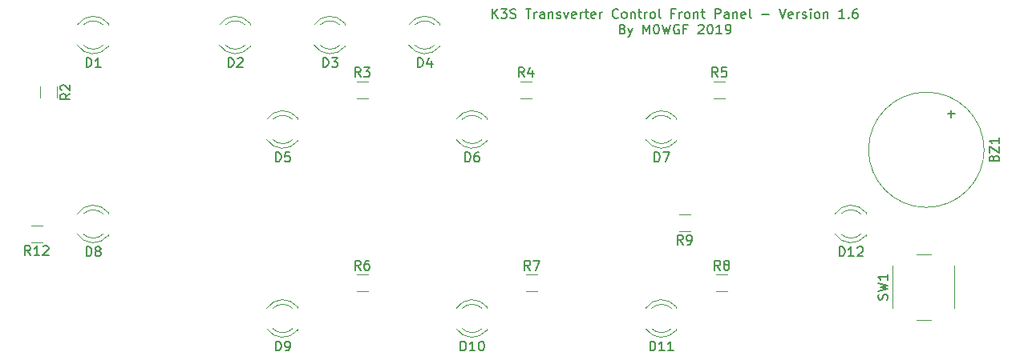
<source format=gbr>
G04 #@! TF.GenerationSoftware,KiCad,Pcbnew,(5.1.2-1)-1*
G04 #@! TF.CreationDate,2019-06-13T22:38:42+01:00*
G04 #@! TF.ProjectId,K3S_Seq_IF_Front_Panel,4b33535f-5365-4715-9f49-465f46726f6e,rev?*
G04 #@! TF.SameCoordinates,Original*
G04 #@! TF.FileFunction,Legend,Top*
G04 #@! TF.FilePolarity,Positive*
%FSLAX46Y46*%
G04 Gerber Fmt 4.6, Leading zero omitted, Abs format (unit mm)*
G04 Created by KiCad (PCBNEW (5.1.2-1)-1) date 2019-06-13 22:38:42*
%MOMM*%
%LPD*%
G04 APERTURE LIST*
%ADD10C,0.150000*%
%ADD11C,0.120000*%
G04 APERTURE END LIST*
D10*
X140861285Y-43234100D02*
X140861285Y-42234100D01*
X141432714Y-43234100D02*
X141004142Y-42662672D01*
X141432714Y-42234100D02*
X140861285Y-42805529D01*
X141766047Y-42234100D02*
X142385095Y-42234100D01*
X142051761Y-42615053D01*
X142194619Y-42615053D01*
X142289857Y-42662672D01*
X142337476Y-42710291D01*
X142385095Y-42805529D01*
X142385095Y-43043624D01*
X142337476Y-43138862D01*
X142289857Y-43186481D01*
X142194619Y-43234100D01*
X141908904Y-43234100D01*
X141813666Y-43186481D01*
X141766047Y-43138862D01*
X142766047Y-43186481D02*
X142908904Y-43234100D01*
X143147000Y-43234100D01*
X143242238Y-43186481D01*
X143289857Y-43138862D01*
X143337476Y-43043624D01*
X143337476Y-42948386D01*
X143289857Y-42853148D01*
X143242238Y-42805529D01*
X143147000Y-42757910D01*
X142956523Y-42710291D01*
X142861285Y-42662672D01*
X142813666Y-42615053D01*
X142766047Y-42519815D01*
X142766047Y-42424577D01*
X142813666Y-42329339D01*
X142861285Y-42281720D01*
X142956523Y-42234100D01*
X143194619Y-42234100D01*
X143337476Y-42281720D01*
X144385095Y-42234100D02*
X144956523Y-42234100D01*
X144670809Y-43234100D02*
X144670809Y-42234100D01*
X145289857Y-43234100D02*
X145289857Y-42567434D01*
X145289857Y-42757910D02*
X145337476Y-42662672D01*
X145385095Y-42615053D01*
X145480333Y-42567434D01*
X145575571Y-42567434D01*
X146337476Y-43234100D02*
X146337476Y-42710291D01*
X146289857Y-42615053D01*
X146194619Y-42567434D01*
X146004142Y-42567434D01*
X145908904Y-42615053D01*
X146337476Y-43186481D02*
X146242238Y-43234100D01*
X146004142Y-43234100D01*
X145908904Y-43186481D01*
X145861285Y-43091243D01*
X145861285Y-42996005D01*
X145908904Y-42900767D01*
X146004142Y-42853148D01*
X146242238Y-42853148D01*
X146337476Y-42805529D01*
X146813666Y-42567434D02*
X146813666Y-43234100D01*
X146813666Y-42662672D02*
X146861285Y-42615053D01*
X146956523Y-42567434D01*
X147099380Y-42567434D01*
X147194619Y-42615053D01*
X147242238Y-42710291D01*
X147242238Y-43234100D01*
X147670809Y-43186481D02*
X147766047Y-43234100D01*
X147956523Y-43234100D01*
X148051761Y-43186481D01*
X148099380Y-43091243D01*
X148099380Y-43043624D01*
X148051761Y-42948386D01*
X147956523Y-42900767D01*
X147813666Y-42900767D01*
X147718428Y-42853148D01*
X147670809Y-42757910D01*
X147670809Y-42710291D01*
X147718428Y-42615053D01*
X147813666Y-42567434D01*
X147956523Y-42567434D01*
X148051761Y-42615053D01*
X148432714Y-42567434D02*
X148670809Y-43234100D01*
X148908904Y-42567434D01*
X149670809Y-43186481D02*
X149575571Y-43234100D01*
X149385095Y-43234100D01*
X149289857Y-43186481D01*
X149242238Y-43091243D01*
X149242238Y-42710291D01*
X149289857Y-42615053D01*
X149385095Y-42567434D01*
X149575571Y-42567434D01*
X149670809Y-42615053D01*
X149718428Y-42710291D01*
X149718428Y-42805529D01*
X149242238Y-42900767D01*
X150147000Y-43234100D02*
X150147000Y-42567434D01*
X150147000Y-42757910D02*
X150194619Y-42662672D01*
X150242238Y-42615053D01*
X150337476Y-42567434D01*
X150432714Y-42567434D01*
X150623190Y-42567434D02*
X151004142Y-42567434D01*
X150766047Y-42234100D02*
X150766047Y-43091243D01*
X150813666Y-43186481D01*
X150908904Y-43234100D01*
X151004142Y-43234100D01*
X151718428Y-43186481D02*
X151623190Y-43234100D01*
X151432714Y-43234100D01*
X151337476Y-43186481D01*
X151289857Y-43091243D01*
X151289857Y-42710291D01*
X151337476Y-42615053D01*
X151432714Y-42567434D01*
X151623190Y-42567434D01*
X151718428Y-42615053D01*
X151766047Y-42710291D01*
X151766047Y-42805529D01*
X151289857Y-42900767D01*
X152194619Y-43234100D02*
X152194619Y-42567434D01*
X152194619Y-42757910D02*
X152242238Y-42662672D01*
X152289857Y-42615053D01*
X152385095Y-42567434D01*
X152480333Y-42567434D01*
X154147000Y-43138862D02*
X154099380Y-43186481D01*
X153956523Y-43234100D01*
X153861285Y-43234100D01*
X153718428Y-43186481D01*
X153623190Y-43091243D01*
X153575571Y-42996005D01*
X153527952Y-42805529D01*
X153527952Y-42662672D01*
X153575571Y-42472196D01*
X153623190Y-42376958D01*
X153718428Y-42281720D01*
X153861285Y-42234100D01*
X153956523Y-42234100D01*
X154099380Y-42281720D01*
X154147000Y-42329339D01*
X154718428Y-43234100D02*
X154623190Y-43186481D01*
X154575571Y-43138862D01*
X154527952Y-43043624D01*
X154527952Y-42757910D01*
X154575571Y-42662672D01*
X154623190Y-42615053D01*
X154718428Y-42567434D01*
X154861285Y-42567434D01*
X154956523Y-42615053D01*
X155004142Y-42662672D01*
X155051761Y-42757910D01*
X155051761Y-43043624D01*
X155004142Y-43138862D01*
X154956523Y-43186481D01*
X154861285Y-43234100D01*
X154718428Y-43234100D01*
X155480333Y-42567434D02*
X155480333Y-43234100D01*
X155480333Y-42662672D02*
X155527952Y-42615053D01*
X155623190Y-42567434D01*
X155766047Y-42567434D01*
X155861285Y-42615053D01*
X155908904Y-42710291D01*
X155908904Y-43234100D01*
X156242238Y-42567434D02*
X156623190Y-42567434D01*
X156385095Y-42234100D02*
X156385095Y-43091243D01*
X156432714Y-43186481D01*
X156527952Y-43234100D01*
X156623190Y-43234100D01*
X156956523Y-43234100D02*
X156956523Y-42567434D01*
X156956523Y-42757910D02*
X157004142Y-42662672D01*
X157051761Y-42615053D01*
X157147000Y-42567434D01*
X157242238Y-42567434D01*
X157718428Y-43234100D02*
X157623190Y-43186481D01*
X157575571Y-43138862D01*
X157527952Y-43043624D01*
X157527952Y-42757910D01*
X157575571Y-42662672D01*
X157623190Y-42615053D01*
X157718428Y-42567434D01*
X157861285Y-42567434D01*
X157956523Y-42615053D01*
X158004142Y-42662672D01*
X158051761Y-42757910D01*
X158051761Y-43043624D01*
X158004142Y-43138862D01*
X157956523Y-43186481D01*
X157861285Y-43234100D01*
X157718428Y-43234100D01*
X158623190Y-43234100D02*
X158527952Y-43186481D01*
X158480333Y-43091243D01*
X158480333Y-42234100D01*
X160099380Y-42710291D02*
X159766047Y-42710291D01*
X159766047Y-43234100D02*
X159766047Y-42234100D01*
X160242238Y-42234100D01*
X160623190Y-43234100D02*
X160623190Y-42567434D01*
X160623190Y-42757910D02*
X160670809Y-42662672D01*
X160718428Y-42615053D01*
X160813666Y-42567434D01*
X160908904Y-42567434D01*
X161385095Y-43234100D02*
X161289857Y-43186481D01*
X161242238Y-43138862D01*
X161194619Y-43043624D01*
X161194619Y-42757910D01*
X161242238Y-42662672D01*
X161289857Y-42615053D01*
X161385095Y-42567434D01*
X161527952Y-42567434D01*
X161623190Y-42615053D01*
X161670809Y-42662672D01*
X161718428Y-42757910D01*
X161718428Y-43043624D01*
X161670809Y-43138862D01*
X161623190Y-43186481D01*
X161527952Y-43234100D01*
X161385095Y-43234100D01*
X162147000Y-42567434D02*
X162147000Y-43234100D01*
X162147000Y-42662672D02*
X162194619Y-42615053D01*
X162289857Y-42567434D01*
X162432714Y-42567434D01*
X162527952Y-42615053D01*
X162575571Y-42710291D01*
X162575571Y-43234100D01*
X162908904Y-42567434D02*
X163289857Y-42567434D01*
X163051761Y-42234100D02*
X163051761Y-43091243D01*
X163099380Y-43186481D01*
X163194619Y-43234100D01*
X163289857Y-43234100D01*
X164385095Y-43234100D02*
X164385095Y-42234100D01*
X164766047Y-42234100D01*
X164861285Y-42281720D01*
X164908904Y-42329339D01*
X164956523Y-42424577D01*
X164956523Y-42567434D01*
X164908904Y-42662672D01*
X164861285Y-42710291D01*
X164766047Y-42757910D01*
X164385095Y-42757910D01*
X165813666Y-43234100D02*
X165813666Y-42710291D01*
X165766047Y-42615053D01*
X165670809Y-42567434D01*
X165480333Y-42567434D01*
X165385095Y-42615053D01*
X165813666Y-43186481D02*
X165718428Y-43234100D01*
X165480333Y-43234100D01*
X165385095Y-43186481D01*
X165337476Y-43091243D01*
X165337476Y-42996005D01*
X165385095Y-42900767D01*
X165480333Y-42853148D01*
X165718428Y-42853148D01*
X165813666Y-42805529D01*
X166289857Y-42567434D02*
X166289857Y-43234100D01*
X166289857Y-42662672D02*
X166337476Y-42615053D01*
X166432714Y-42567434D01*
X166575571Y-42567434D01*
X166670809Y-42615053D01*
X166718428Y-42710291D01*
X166718428Y-43234100D01*
X167575571Y-43186481D02*
X167480333Y-43234100D01*
X167289857Y-43234100D01*
X167194619Y-43186481D01*
X167147000Y-43091243D01*
X167147000Y-42710291D01*
X167194619Y-42615053D01*
X167289857Y-42567434D01*
X167480333Y-42567434D01*
X167575571Y-42615053D01*
X167623190Y-42710291D01*
X167623190Y-42805529D01*
X167147000Y-42900767D01*
X168194619Y-43234100D02*
X168099380Y-43186481D01*
X168051761Y-43091243D01*
X168051761Y-42234100D01*
X169337476Y-42853148D02*
X170099380Y-42853148D01*
X171194619Y-42234100D02*
X171527952Y-43234100D01*
X171861285Y-42234100D01*
X172575571Y-43186481D02*
X172480333Y-43234100D01*
X172289857Y-43234100D01*
X172194619Y-43186481D01*
X172147000Y-43091243D01*
X172147000Y-42710291D01*
X172194619Y-42615053D01*
X172289857Y-42567434D01*
X172480333Y-42567434D01*
X172575571Y-42615053D01*
X172623190Y-42710291D01*
X172623190Y-42805529D01*
X172147000Y-42900767D01*
X173051761Y-43234100D02*
X173051761Y-42567434D01*
X173051761Y-42757910D02*
X173099380Y-42662672D01*
X173147000Y-42615053D01*
X173242238Y-42567434D01*
X173337476Y-42567434D01*
X173623190Y-43186481D02*
X173718428Y-43234100D01*
X173908904Y-43234100D01*
X174004142Y-43186481D01*
X174051761Y-43091243D01*
X174051761Y-43043624D01*
X174004142Y-42948386D01*
X173908904Y-42900767D01*
X173766047Y-42900767D01*
X173670809Y-42853148D01*
X173623190Y-42757910D01*
X173623190Y-42710291D01*
X173670809Y-42615053D01*
X173766047Y-42567434D01*
X173908904Y-42567434D01*
X174004142Y-42615053D01*
X174480333Y-43234100D02*
X174480333Y-42567434D01*
X174480333Y-42234100D02*
X174432714Y-42281720D01*
X174480333Y-42329339D01*
X174527952Y-42281720D01*
X174480333Y-42234100D01*
X174480333Y-42329339D01*
X175099380Y-43234100D02*
X175004142Y-43186481D01*
X174956523Y-43138862D01*
X174908904Y-43043624D01*
X174908904Y-42757910D01*
X174956523Y-42662672D01*
X175004142Y-42615053D01*
X175099380Y-42567434D01*
X175242238Y-42567434D01*
X175337476Y-42615053D01*
X175385095Y-42662672D01*
X175432714Y-42757910D01*
X175432714Y-43043624D01*
X175385095Y-43138862D01*
X175337476Y-43186481D01*
X175242238Y-43234100D01*
X175099380Y-43234100D01*
X175861285Y-42567434D02*
X175861285Y-43234100D01*
X175861285Y-42662672D02*
X175908904Y-42615053D01*
X176004142Y-42567434D01*
X176147000Y-42567434D01*
X176242238Y-42615053D01*
X176289857Y-42710291D01*
X176289857Y-43234100D01*
X178051761Y-43234100D02*
X177480333Y-43234100D01*
X177766047Y-43234100D02*
X177766047Y-42234100D01*
X177670809Y-42376958D01*
X177575571Y-42472196D01*
X177480333Y-42519815D01*
X178480333Y-43138862D02*
X178527952Y-43186481D01*
X178480333Y-43234100D01*
X178432714Y-43186481D01*
X178480333Y-43138862D01*
X178480333Y-43234100D01*
X179385095Y-42234100D02*
X179194619Y-42234100D01*
X179099380Y-42281720D01*
X179051761Y-42329339D01*
X178956523Y-42472196D01*
X178908904Y-42662672D01*
X178908904Y-43043624D01*
X178956523Y-43138862D01*
X179004142Y-43186481D01*
X179099380Y-43234100D01*
X179289857Y-43234100D01*
X179385095Y-43186481D01*
X179432714Y-43138862D01*
X179480333Y-43043624D01*
X179480333Y-42805529D01*
X179432714Y-42710291D01*
X179385095Y-42662672D01*
X179289857Y-42615053D01*
X179099380Y-42615053D01*
X179004142Y-42662672D01*
X178956523Y-42710291D01*
X178908904Y-42805529D01*
X154623190Y-44360291D02*
X154766047Y-44407910D01*
X154813666Y-44455529D01*
X154861285Y-44550767D01*
X154861285Y-44693624D01*
X154813666Y-44788862D01*
X154766047Y-44836481D01*
X154670809Y-44884100D01*
X154289857Y-44884100D01*
X154289857Y-43884100D01*
X154623190Y-43884100D01*
X154718428Y-43931720D01*
X154766047Y-43979339D01*
X154813666Y-44074577D01*
X154813666Y-44169815D01*
X154766047Y-44265053D01*
X154718428Y-44312672D01*
X154623190Y-44360291D01*
X154289857Y-44360291D01*
X155194619Y-44217434D02*
X155432714Y-44884100D01*
X155670809Y-44217434D02*
X155432714Y-44884100D01*
X155337476Y-45122196D01*
X155289857Y-45169815D01*
X155194619Y-45217434D01*
X156813666Y-44884100D02*
X156813666Y-43884100D01*
X157147000Y-44598386D01*
X157480333Y-43884100D01*
X157480333Y-44884100D01*
X158147000Y-43884100D02*
X158242238Y-43884100D01*
X158337476Y-43931720D01*
X158385095Y-43979339D01*
X158432714Y-44074577D01*
X158480333Y-44265053D01*
X158480333Y-44503148D01*
X158432714Y-44693624D01*
X158385095Y-44788862D01*
X158337476Y-44836481D01*
X158242238Y-44884100D01*
X158147000Y-44884100D01*
X158051761Y-44836481D01*
X158004142Y-44788862D01*
X157956523Y-44693624D01*
X157908904Y-44503148D01*
X157908904Y-44265053D01*
X157956523Y-44074577D01*
X158004142Y-43979339D01*
X158051761Y-43931720D01*
X158147000Y-43884100D01*
X158813666Y-43884100D02*
X159051761Y-44884100D01*
X159242238Y-44169815D01*
X159432714Y-44884100D01*
X159670809Y-43884100D01*
X160575571Y-43931720D02*
X160480333Y-43884100D01*
X160337476Y-43884100D01*
X160194619Y-43931720D01*
X160099380Y-44026958D01*
X160051761Y-44122196D01*
X160004142Y-44312672D01*
X160004142Y-44455529D01*
X160051761Y-44646005D01*
X160099380Y-44741243D01*
X160194619Y-44836481D01*
X160337476Y-44884100D01*
X160432714Y-44884100D01*
X160575571Y-44836481D01*
X160623190Y-44788862D01*
X160623190Y-44455529D01*
X160432714Y-44455529D01*
X161385095Y-44360291D02*
X161051761Y-44360291D01*
X161051761Y-44884100D02*
X161051761Y-43884100D01*
X161527952Y-43884100D01*
X162623190Y-43979339D02*
X162670809Y-43931720D01*
X162766047Y-43884100D01*
X163004142Y-43884100D01*
X163099380Y-43931720D01*
X163147000Y-43979339D01*
X163194619Y-44074577D01*
X163194619Y-44169815D01*
X163147000Y-44312672D01*
X162575571Y-44884100D01*
X163194619Y-44884100D01*
X163813666Y-43884100D02*
X163908904Y-43884100D01*
X164004142Y-43931720D01*
X164051761Y-43979339D01*
X164099380Y-44074577D01*
X164147000Y-44265053D01*
X164147000Y-44503148D01*
X164099380Y-44693624D01*
X164051761Y-44788862D01*
X164004142Y-44836481D01*
X163908904Y-44884100D01*
X163813666Y-44884100D01*
X163718428Y-44836481D01*
X163670809Y-44788862D01*
X163623190Y-44693624D01*
X163575571Y-44503148D01*
X163575571Y-44265053D01*
X163623190Y-44074577D01*
X163670809Y-43979339D01*
X163718428Y-43931720D01*
X163813666Y-43884100D01*
X165099380Y-44884100D02*
X164527952Y-44884100D01*
X164813666Y-44884100D02*
X164813666Y-43884100D01*
X164718428Y-44026958D01*
X164623190Y-44122196D01*
X164527952Y-44169815D01*
X165575571Y-44884100D02*
X165766047Y-44884100D01*
X165861285Y-44836481D01*
X165908904Y-44788862D01*
X166004142Y-44646005D01*
X166051761Y-44455529D01*
X166051761Y-44074577D01*
X166004142Y-43979339D01*
X165956523Y-43931720D01*
X165861285Y-43884100D01*
X165670809Y-43884100D01*
X165575571Y-43931720D01*
X165527952Y-43979339D01*
X165480333Y-44074577D01*
X165480333Y-44312672D01*
X165527952Y-44407910D01*
X165575571Y-44455529D01*
X165670809Y-44503148D01*
X165861285Y-44503148D01*
X165956523Y-44455529D01*
X166004142Y-44407910D01*
X166051761Y-44312672D01*
D11*
X192790000Y-57140000D02*
G75*
G03X192790000Y-57140000I-6100000J0D01*
G01*
X97057665Y-46078608D02*
G75*
G03X100290000Y-46235516I1672335J1078608D01*
G01*
X97057665Y-43921392D02*
G75*
G02X100290000Y-43764484I1672335J-1078608D01*
G01*
X97688870Y-46079837D02*
G75*
G03X99770961Y-46080000I1041130J1079837D01*
G01*
X97688870Y-43920163D02*
G75*
G02X99770961Y-43920000I1041130J-1079837D01*
G01*
X100290000Y-46236000D02*
X100290000Y-46080000D01*
X100290000Y-43920000D02*
X100290000Y-43764000D01*
X115290000Y-43920000D02*
X115290000Y-43764000D01*
X115290000Y-46236000D02*
X115290000Y-46080000D01*
X112688870Y-43920163D02*
G75*
G02X114770961Y-43920000I1041130J-1079837D01*
G01*
X112688870Y-46079837D02*
G75*
G03X114770961Y-46080000I1041130J1079837D01*
G01*
X112057665Y-43921392D02*
G75*
G02X115290000Y-43764484I1672335J-1078608D01*
G01*
X112057665Y-46078608D02*
G75*
G03X115290000Y-46235516I1672335J1078608D01*
G01*
X122057665Y-46078608D02*
G75*
G03X125290000Y-46235516I1672335J1078608D01*
G01*
X122057665Y-43921392D02*
G75*
G02X125290000Y-43764484I1672335J-1078608D01*
G01*
X122688870Y-46079837D02*
G75*
G03X124770961Y-46080000I1041130J1079837D01*
G01*
X122688870Y-43920163D02*
G75*
G02X124770961Y-43920000I1041130J-1079837D01*
G01*
X125290000Y-46236000D02*
X125290000Y-46080000D01*
X125290000Y-43920000D02*
X125290000Y-43764000D01*
X135290000Y-43920000D02*
X135290000Y-43764000D01*
X135290000Y-46236000D02*
X135290000Y-46080000D01*
X132688870Y-43920163D02*
G75*
G02X134770961Y-43920000I1041130J-1079837D01*
G01*
X132688870Y-46079837D02*
G75*
G03X134770961Y-46080000I1041130J1079837D01*
G01*
X132057665Y-43921392D02*
G75*
G02X135290000Y-43764484I1672335J-1078608D01*
G01*
X132057665Y-46078608D02*
G75*
G03X135290000Y-46235516I1672335J1078608D01*
G01*
X117057665Y-56078608D02*
G75*
G03X120290000Y-56235516I1672335J1078608D01*
G01*
X117057665Y-53921392D02*
G75*
G02X120290000Y-53764484I1672335J-1078608D01*
G01*
X117688870Y-56079837D02*
G75*
G03X119770961Y-56080000I1041130J1079837D01*
G01*
X117688870Y-53920163D02*
G75*
G02X119770961Y-53920000I1041130J-1079837D01*
G01*
X120290000Y-56236000D02*
X120290000Y-56080000D01*
X120290000Y-53920000D02*
X120290000Y-53764000D01*
X140290000Y-53920000D02*
X140290000Y-53764000D01*
X140290000Y-56236000D02*
X140290000Y-56080000D01*
X137688870Y-53920163D02*
G75*
G02X139770961Y-53920000I1041130J-1079837D01*
G01*
X137688870Y-56079837D02*
G75*
G03X139770961Y-56080000I1041130J1079837D01*
G01*
X137057665Y-53921392D02*
G75*
G02X140290000Y-53764484I1672335J-1078608D01*
G01*
X137057665Y-56078608D02*
G75*
G03X140290000Y-56235516I1672335J1078608D01*
G01*
X157057665Y-56078608D02*
G75*
G03X160290000Y-56235516I1672335J1078608D01*
G01*
X157057665Y-53921392D02*
G75*
G02X160290000Y-53764484I1672335J-1078608D01*
G01*
X157688870Y-56079837D02*
G75*
G03X159770961Y-56080000I1041130J1079837D01*
G01*
X157688870Y-53920163D02*
G75*
G02X159770961Y-53920000I1041130J-1079837D01*
G01*
X160290000Y-56236000D02*
X160290000Y-56080000D01*
X160290000Y-53920000D02*
X160290000Y-53764000D01*
X100290000Y-63920000D02*
X100290000Y-63764000D01*
X100290000Y-66236000D02*
X100290000Y-66080000D01*
X97688870Y-63920163D02*
G75*
G02X99770961Y-63920000I1041130J-1079837D01*
G01*
X97688870Y-66079837D02*
G75*
G03X99770961Y-66080000I1041130J1079837D01*
G01*
X97057665Y-63921392D02*
G75*
G02X100290000Y-63764484I1672335J-1078608D01*
G01*
X97057665Y-66078608D02*
G75*
G03X100290000Y-66235516I1672335J1078608D01*
G01*
X117057665Y-76078608D02*
G75*
G03X120290000Y-76235516I1672335J1078608D01*
G01*
X117057665Y-73921392D02*
G75*
G02X120290000Y-73764484I1672335J-1078608D01*
G01*
X117688870Y-76079837D02*
G75*
G03X119770961Y-76080000I1041130J1079837D01*
G01*
X117688870Y-73920163D02*
G75*
G02X119770961Y-73920000I1041130J-1079837D01*
G01*
X120290000Y-76236000D02*
X120290000Y-76080000D01*
X120290000Y-73920000D02*
X120290000Y-73764000D01*
X140290000Y-73920000D02*
X140290000Y-73764000D01*
X140290000Y-76236000D02*
X140290000Y-76080000D01*
X137688870Y-73920163D02*
G75*
G02X139770961Y-73920000I1041130J-1079837D01*
G01*
X137688870Y-76079837D02*
G75*
G03X139770961Y-76080000I1041130J1079837D01*
G01*
X137057665Y-73921392D02*
G75*
G02X140290000Y-73764484I1672335J-1078608D01*
G01*
X137057665Y-76078608D02*
G75*
G03X140290000Y-76235516I1672335J1078608D01*
G01*
X157057665Y-76078608D02*
G75*
G03X160290000Y-76235516I1672335J1078608D01*
G01*
X157057665Y-73921392D02*
G75*
G02X160290000Y-73764484I1672335J-1078608D01*
G01*
X157688870Y-76079837D02*
G75*
G03X159770961Y-76080000I1041130J1079837D01*
G01*
X157688870Y-73920163D02*
G75*
G02X159770961Y-73920000I1041130J-1079837D01*
G01*
X160290000Y-76236000D02*
X160290000Y-76080000D01*
X160290000Y-73920000D02*
X160290000Y-73764000D01*
X180290000Y-63920000D02*
X180290000Y-63764000D01*
X180290000Y-66236000D02*
X180290000Y-66080000D01*
X177688870Y-63920163D02*
G75*
G02X179770961Y-63920000I1041130J-1079837D01*
G01*
X177688870Y-66079837D02*
G75*
G03X179770961Y-66080000I1041130J1079837D01*
G01*
X177057665Y-63921392D02*
G75*
G02X180290000Y-63764484I1672335J-1078608D01*
G01*
X177057665Y-66078608D02*
G75*
G03X180290000Y-66235516I1672335J1078608D01*
G01*
X94910000Y-50451936D02*
X94910000Y-51656064D01*
X93090000Y-50451936D02*
X93090000Y-51656064D01*
X126524936Y-49890000D02*
X127729064Y-49890000D01*
X126524936Y-51710000D02*
X127729064Y-51710000D01*
X143796936Y-51710000D02*
X145001064Y-51710000D01*
X143796936Y-49890000D02*
X145001064Y-49890000D01*
X164243936Y-49890000D02*
X165448064Y-49890000D01*
X164243936Y-51710000D02*
X165448064Y-51710000D01*
X126524936Y-72157000D02*
X127729064Y-72157000D01*
X126524936Y-70337000D02*
X127729064Y-70337000D01*
X144431936Y-70337000D02*
X145636064Y-70337000D01*
X144431936Y-72157000D02*
X145636064Y-72157000D01*
X164497936Y-72157000D02*
X165702064Y-72157000D01*
X164497936Y-70337000D02*
X165702064Y-70337000D01*
X161765064Y-63987000D02*
X160560936Y-63987000D01*
X161765064Y-65807000D02*
X160560936Y-65807000D01*
X189650000Y-73930000D02*
X189650000Y-69430000D01*
X185650000Y-75180000D02*
X187150000Y-75180000D01*
X183150000Y-69430000D02*
X183150000Y-73930000D01*
X187150000Y-68180000D02*
X185650000Y-68180000D01*
X93348564Y-66950000D02*
X92144436Y-66950000D01*
X93348564Y-65130000D02*
X92144436Y-65130000D01*
D10*
X193818571Y-58020952D02*
X193866190Y-57878095D01*
X193913809Y-57830476D01*
X194009047Y-57782857D01*
X194151904Y-57782857D01*
X194247142Y-57830476D01*
X194294761Y-57878095D01*
X194342380Y-57973333D01*
X194342380Y-58354285D01*
X193342380Y-58354285D01*
X193342380Y-58020952D01*
X193390000Y-57925714D01*
X193437619Y-57878095D01*
X193532857Y-57830476D01*
X193628095Y-57830476D01*
X193723333Y-57878095D01*
X193770952Y-57925714D01*
X193818571Y-58020952D01*
X193818571Y-58354285D01*
X193342380Y-57449523D02*
X193342380Y-56782857D01*
X194342380Y-57449523D01*
X194342380Y-56782857D01*
X194342380Y-55878095D02*
X194342380Y-56449523D01*
X194342380Y-56163809D02*
X193342380Y-56163809D01*
X193485238Y-56259047D01*
X193580476Y-56354285D01*
X193628095Y-56449523D01*
X189301428Y-53710952D02*
X189301428Y-52949047D01*
X189682380Y-53330000D02*
X188920476Y-53330000D01*
X97991904Y-48412380D02*
X97991904Y-47412380D01*
X98230000Y-47412380D01*
X98372857Y-47460000D01*
X98468095Y-47555238D01*
X98515714Y-47650476D01*
X98563333Y-47840952D01*
X98563333Y-47983809D01*
X98515714Y-48174285D01*
X98468095Y-48269523D01*
X98372857Y-48364761D01*
X98230000Y-48412380D01*
X97991904Y-48412380D01*
X99515714Y-48412380D02*
X98944285Y-48412380D01*
X99230000Y-48412380D02*
X99230000Y-47412380D01*
X99134761Y-47555238D01*
X99039523Y-47650476D01*
X98944285Y-47698095D01*
X112991904Y-48412380D02*
X112991904Y-47412380D01*
X113230000Y-47412380D01*
X113372857Y-47460000D01*
X113468095Y-47555238D01*
X113515714Y-47650476D01*
X113563333Y-47840952D01*
X113563333Y-47983809D01*
X113515714Y-48174285D01*
X113468095Y-48269523D01*
X113372857Y-48364761D01*
X113230000Y-48412380D01*
X112991904Y-48412380D01*
X113944285Y-47507619D02*
X113991904Y-47460000D01*
X114087142Y-47412380D01*
X114325238Y-47412380D01*
X114420476Y-47460000D01*
X114468095Y-47507619D01*
X114515714Y-47602857D01*
X114515714Y-47698095D01*
X114468095Y-47840952D01*
X113896666Y-48412380D01*
X114515714Y-48412380D01*
X122991904Y-48412380D02*
X122991904Y-47412380D01*
X123230000Y-47412380D01*
X123372857Y-47460000D01*
X123468095Y-47555238D01*
X123515714Y-47650476D01*
X123563333Y-47840952D01*
X123563333Y-47983809D01*
X123515714Y-48174285D01*
X123468095Y-48269523D01*
X123372857Y-48364761D01*
X123230000Y-48412380D01*
X122991904Y-48412380D01*
X123896666Y-47412380D02*
X124515714Y-47412380D01*
X124182380Y-47793333D01*
X124325238Y-47793333D01*
X124420476Y-47840952D01*
X124468095Y-47888571D01*
X124515714Y-47983809D01*
X124515714Y-48221904D01*
X124468095Y-48317142D01*
X124420476Y-48364761D01*
X124325238Y-48412380D01*
X124039523Y-48412380D01*
X123944285Y-48364761D01*
X123896666Y-48317142D01*
X132991904Y-48412380D02*
X132991904Y-47412380D01*
X133230000Y-47412380D01*
X133372857Y-47460000D01*
X133468095Y-47555238D01*
X133515714Y-47650476D01*
X133563333Y-47840952D01*
X133563333Y-47983809D01*
X133515714Y-48174285D01*
X133468095Y-48269523D01*
X133372857Y-48364761D01*
X133230000Y-48412380D01*
X132991904Y-48412380D01*
X134420476Y-47745714D02*
X134420476Y-48412380D01*
X134182380Y-47364761D02*
X133944285Y-48079047D01*
X134563333Y-48079047D01*
X117991904Y-58412380D02*
X117991904Y-57412380D01*
X118230000Y-57412380D01*
X118372857Y-57460000D01*
X118468095Y-57555238D01*
X118515714Y-57650476D01*
X118563333Y-57840952D01*
X118563333Y-57983809D01*
X118515714Y-58174285D01*
X118468095Y-58269523D01*
X118372857Y-58364761D01*
X118230000Y-58412380D01*
X117991904Y-58412380D01*
X119468095Y-57412380D02*
X118991904Y-57412380D01*
X118944285Y-57888571D01*
X118991904Y-57840952D01*
X119087142Y-57793333D01*
X119325238Y-57793333D01*
X119420476Y-57840952D01*
X119468095Y-57888571D01*
X119515714Y-57983809D01*
X119515714Y-58221904D01*
X119468095Y-58317142D01*
X119420476Y-58364761D01*
X119325238Y-58412380D01*
X119087142Y-58412380D01*
X118991904Y-58364761D01*
X118944285Y-58317142D01*
X137991904Y-58412380D02*
X137991904Y-57412380D01*
X138230000Y-57412380D01*
X138372857Y-57460000D01*
X138468095Y-57555238D01*
X138515714Y-57650476D01*
X138563333Y-57840952D01*
X138563333Y-57983809D01*
X138515714Y-58174285D01*
X138468095Y-58269523D01*
X138372857Y-58364761D01*
X138230000Y-58412380D01*
X137991904Y-58412380D01*
X139420476Y-57412380D02*
X139230000Y-57412380D01*
X139134761Y-57460000D01*
X139087142Y-57507619D01*
X138991904Y-57650476D01*
X138944285Y-57840952D01*
X138944285Y-58221904D01*
X138991904Y-58317142D01*
X139039523Y-58364761D01*
X139134761Y-58412380D01*
X139325238Y-58412380D01*
X139420476Y-58364761D01*
X139468095Y-58317142D01*
X139515714Y-58221904D01*
X139515714Y-57983809D01*
X139468095Y-57888571D01*
X139420476Y-57840952D01*
X139325238Y-57793333D01*
X139134761Y-57793333D01*
X139039523Y-57840952D01*
X138991904Y-57888571D01*
X138944285Y-57983809D01*
X157991904Y-58412380D02*
X157991904Y-57412380D01*
X158230000Y-57412380D01*
X158372857Y-57460000D01*
X158468095Y-57555238D01*
X158515714Y-57650476D01*
X158563333Y-57840952D01*
X158563333Y-57983809D01*
X158515714Y-58174285D01*
X158468095Y-58269523D01*
X158372857Y-58364761D01*
X158230000Y-58412380D01*
X157991904Y-58412380D01*
X158896666Y-57412380D02*
X159563333Y-57412380D01*
X159134761Y-58412380D01*
X97991904Y-68412380D02*
X97991904Y-67412380D01*
X98230000Y-67412380D01*
X98372857Y-67460000D01*
X98468095Y-67555238D01*
X98515714Y-67650476D01*
X98563333Y-67840952D01*
X98563333Y-67983809D01*
X98515714Y-68174285D01*
X98468095Y-68269523D01*
X98372857Y-68364761D01*
X98230000Y-68412380D01*
X97991904Y-68412380D01*
X99134761Y-67840952D02*
X99039523Y-67793333D01*
X98991904Y-67745714D01*
X98944285Y-67650476D01*
X98944285Y-67602857D01*
X98991904Y-67507619D01*
X99039523Y-67460000D01*
X99134761Y-67412380D01*
X99325238Y-67412380D01*
X99420476Y-67460000D01*
X99468095Y-67507619D01*
X99515714Y-67602857D01*
X99515714Y-67650476D01*
X99468095Y-67745714D01*
X99420476Y-67793333D01*
X99325238Y-67840952D01*
X99134761Y-67840952D01*
X99039523Y-67888571D01*
X98991904Y-67936190D01*
X98944285Y-68031428D01*
X98944285Y-68221904D01*
X98991904Y-68317142D01*
X99039523Y-68364761D01*
X99134761Y-68412380D01*
X99325238Y-68412380D01*
X99420476Y-68364761D01*
X99468095Y-68317142D01*
X99515714Y-68221904D01*
X99515714Y-68031428D01*
X99468095Y-67936190D01*
X99420476Y-67888571D01*
X99325238Y-67840952D01*
X117991904Y-78412380D02*
X117991904Y-77412380D01*
X118230000Y-77412380D01*
X118372857Y-77460000D01*
X118468095Y-77555238D01*
X118515714Y-77650476D01*
X118563333Y-77840952D01*
X118563333Y-77983809D01*
X118515714Y-78174285D01*
X118468095Y-78269523D01*
X118372857Y-78364761D01*
X118230000Y-78412380D01*
X117991904Y-78412380D01*
X119039523Y-78412380D02*
X119230000Y-78412380D01*
X119325238Y-78364761D01*
X119372857Y-78317142D01*
X119468095Y-78174285D01*
X119515714Y-77983809D01*
X119515714Y-77602857D01*
X119468095Y-77507619D01*
X119420476Y-77460000D01*
X119325238Y-77412380D01*
X119134761Y-77412380D01*
X119039523Y-77460000D01*
X118991904Y-77507619D01*
X118944285Y-77602857D01*
X118944285Y-77840952D01*
X118991904Y-77936190D01*
X119039523Y-77983809D01*
X119134761Y-78031428D01*
X119325238Y-78031428D01*
X119420476Y-77983809D01*
X119468095Y-77936190D01*
X119515714Y-77840952D01*
X137515714Y-78412380D02*
X137515714Y-77412380D01*
X137753809Y-77412380D01*
X137896666Y-77460000D01*
X137991904Y-77555238D01*
X138039523Y-77650476D01*
X138087142Y-77840952D01*
X138087142Y-77983809D01*
X138039523Y-78174285D01*
X137991904Y-78269523D01*
X137896666Y-78364761D01*
X137753809Y-78412380D01*
X137515714Y-78412380D01*
X139039523Y-78412380D02*
X138468095Y-78412380D01*
X138753809Y-78412380D02*
X138753809Y-77412380D01*
X138658571Y-77555238D01*
X138563333Y-77650476D01*
X138468095Y-77698095D01*
X139658571Y-77412380D02*
X139753809Y-77412380D01*
X139849047Y-77460000D01*
X139896666Y-77507619D01*
X139944285Y-77602857D01*
X139991904Y-77793333D01*
X139991904Y-78031428D01*
X139944285Y-78221904D01*
X139896666Y-78317142D01*
X139849047Y-78364761D01*
X139753809Y-78412380D01*
X139658571Y-78412380D01*
X139563333Y-78364761D01*
X139515714Y-78317142D01*
X139468095Y-78221904D01*
X139420476Y-78031428D01*
X139420476Y-77793333D01*
X139468095Y-77602857D01*
X139515714Y-77507619D01*
X139563333Y-77460000D01*
X139658571Y-77412380D01*
X157515714Y-78412380D02*
X157515714Y-77412380D01*
X157753809Y-77412380D01*
X157896666Y-77460000D01*
X157991904Y-77555238D01*
X158039523Y-77650476D01*
X158087142Y-77840952D01*
X158087142Y-77983809D01*
X158039523Y-78174285D01*
X157991904Y-78269523D01*
X157896666Y-78364761D01*
X157753809Y-78412380D01*
X157515714Y-78412380D01*
X159039523Y-78412380D02*
X158468095Y-78412380D01*
X158753809Y-78412380D02*
X158753809Y-77412380D01*
X158658571Y-77555238D01*
X158563333Y-77650476D01*
X158468095Y-77698095D01*
X159991904Y-78412380D02*
X159420476Y-78412380D01*
X159706190Y-78412380D02*
X159706190Y-77412380D01*
X159610952Y-77555238D01*
X159515714Y-77650476D01*
X159420476Y-77698095D01*
X177515714Y-68412380D02*
X177515714Y-67412380D01*
X177753809Y-67412380D01*
X177896666Y-67460000D01*
X177991904Y-67555238D01*
X178039523Y-67650476D01*
X178087142Y-67840952D01*
X178087142Y-67983809D01*
X178039523Y-68174285D01*
X177991904Y-68269523D01*
X177896666Y-68364761D01*
X177753809Y-68412380D01*
X177515714Y-68412380D01*
X179039523Y-68412380D02*
X178468095Y-68412380D01*
X178753809Y-68412380D02*
X178753809Y-67412380D01*
X178658571Y-67555238D01*
X178563333Y-67650476D01*
X178468095Y-67698095D01*
X179420476Y-67507619D02*
X179468095Y-67460000D01*
X179563333Y-67412380D01*
X179801428Y-67412380D01*
X179896666Y-67460000D01*
X179944285Y-67507619D01*
X179991904Y-67602857D01*
X179991904Y-67698095D01*
X179944285Y-67840952D01*
X179372857Y-68412380D01*
X179991904Y-68412380D01*
X96272380Y-51220666D02*
X95796190Y-51554000D01*
X96272380Y-51792095D02*
X95272380Y-51792095D01*
X95272380Y-51411142D01*
X95320000Y-51315904D01*
X95367619Y-51268285D01*
X95462857Y-51220666D01*
X95605714Y-51220666D01*
X95700952Y-51268285D01*
X95748571Y-51315904D01*
X95796190Y-51411142D01*
X95796190Y-51792095D01*
X95367619Y-50839714D02*
X95320000Y-50792095D01*
X95272380Y-50696857D01*
X95272380Y-50458761D01*
X95320000Y-50363523D01*
X95367619Y-50315904D01*
X95462857Y-50268285D01*
X95558095Y-50268285D01*
X95700952Y-50315904D01*
X96272380Y-50887333D01*
X96272380Y-50268285D01*
X126960333Y-49432380D02*
X126627000Y-48956190D01*
X126388904Y-49432380D02*
X126388904Y-48432380D01*
X126769857Y-48432380D01*
X126865095Y-48480000D01*
X126912714Y-48527619D01*
X126960333Y-48622857D01*
X126960333Y-48765714D01*
X126912714Y-48860952D01*
X126865095Y-48908571D01*
X126769857Y-48956190D01*
X126388904Y-48956190D01*
X127293666Y-48432380D02*
X127912714Y-48432380D01*
X127579380Y-48813333D01*
X127722238Y-48813333D01*
X127817476Y-48860952D01*
X127865095Y-48908571D01*
X127912714Y-49003809D01*
X127912714Y-49241904D01*
X127865095Y-49337142D01*
X127817476Y-49384761D01*
X127722238Y-49432380D01*
X127436523Y-49432380D01*
X127341285Y-49384761D01*
X127293666Y-49337142D01*
X144232333Y-49432380D02*
X143899000Y-48956190D01*
X143660904Y-49432380D02*
X143660904Y-48432380D01*
X144041857Y-48432380D01*
X144137095Y-48480000D01*
X144184714Y-48527619D01*
X144232333Y-48622857D01*
X144232333Y-48765714D01*
X144184714Y-48860952D01*
X144137095Y-48908571D01*
X144041857Y-48956190D01*
X143660904Y-48956190D01*
X145089476Y-48765714D02*
X145089476Y-49432380D01*
X144851380Y-48384761D02*
X144613285Y-49099047D01*
X145232333Y-49099047D01*
X164679333Y-49432380D02*
X164346000Y-48956190D01*
X164107904Y-49432380D02*
X164107904Y-48432380D01*
X164488857Y-48432380D01*
X164584095Y-48480000D01*
X164631714Y-48527619D01*
X164679333Y-48622857D01*
X164679333Y-48765714D01*
X164631714Y-48860952D01*
X164584095Y-48908571D01*
X164488857Y-48956190D01*
X164107904Y-48956190D01*
X165584095Y-48432380D02*
X165107904Y-48432380D01*
X165060285Y-48908571D01*
X165107904Y-48860952D01*
X165203142Y-48813333D01*
X165441238Y-48813333D01*
X165536476Y-48860952D01*
X165584095Y-48908571D01*
X165631714Y-49003809D01*
X165631714Y-49241904D01*
X165584095Y-49337142D01*
X165536476Y-49384761D01*
X165441238Y-49432380D01*
X165203142Y-49432380D01*
X165107904Y-49384761D01*
X165060285Y-49337142D01*
X126960333Y-69879380D02*
X126627000Y-69403190D01*
X126388904Y-69879380D02*
X126388904Y-68879380D01*
X126769857Y-68879380D01*
X126865095Y-68927000D01*
X126912714Y-68974619D01*
X126960333Y-69069857D01*
X126960333Y-69212714D01*
X126912714Y-69307952D01*
X126865095Y-69355571D01*
X126769857Y-69403190D01*
X126388904Y-69403190D01*
X127817476Y-68879380D02*
X127627000Y-68879380D01*
X127531761Y-68927000D01*
X127484142Y-68974619D01*
X127388904Y-69117476D01*
X127341285Y-69307952D01*
X127341285Y-69688904D01*
X127388904Y-69784142D01*
X127436523Y-69831761D01*
X127531761Y-69879380D01*
X127722238Y-69879380D01*
X127817476Y-69831761D01*
X127865095Y-69784142D01*
X127912714Y-69688904D01*
X127912714Y-69450809D01*
X127865095Y-69355571D01*
X127817476Y-69307952D01*
X127722238Y-69260333D01*
X127531761Y-69260333D01*
X127436523Y-69307952D01*
X127388904Y-69355571D01*
X127341285Y-69450809D01*
X144867333Y-69879380D02*
X144534000Y-69403190D01*
X144295904Y-69879380D02*
X144295904Y-68879380D01*
X144676857Y-68879380D01*
X144772095Y-68927000D01*
X144819714Y-68974619D01*
X144867333Y-69069857D01*
X144867333Y-69212714D01*
X144819714Y-69307952D01*
X144772095Y-69355571D01*
X144676857Y-69403190D01*
X144295904Y-69403190D01*
X145200666Y-68879380D02*
X145867333Y-68879380D01*
X145438761Y-69879380D01*
X164933333Y-69879380D02*
X164600000Y-69403190D01*
X164361904Y-69879380D02*
X164361904Y-68879380D01*
X164742857Y-68879380D01*
X164838095Y-68927000D01*
X164885714Y-68974619D01*
X164933333Y-69069857D01*
X164933333Y-69212714D01*
X164885714Y-69307952D01*
X164838095Y-69355571D01*
X164742857Y-69403190D01*
X164361904Y-69403190D01*
X165504761Y-69307952D02*
X165409523Y-69260333D01*
X165361904Y-69212714D01*
X165314285Y-69117476D01*
X165314285Y-69069857D01*
X165361904Y-68974619D01*
X165409523Y-68927000D01*
X165504761Y-68879380D01*
X165695238Y-68879380D01*
X165790476Y-68927000D01*
X165838095Y-68974619D01*
X165885714Y-69069857D01*
X165885714Y-69117476D01*
X165838095Y-69212714D01*
X165790476Y-69260333D01*
X165695238Y-69307952D01*
X165504761Y-69307952D01*
X165409523Y-69355571D01*
X165361904Y-69403190D01*
X165314285Y-69498428D01*
X165314285Y-69688904D01*
X165361904Y-69784142D01*
X165409523Y-69831761D01*
X165504761Y-69879380D01*
X165695238Y-69879380D01*
X165790476Y-69831761D01*
X165838095Y-69784142D01*
X165885714Y-69688904D01*
X165885714Y-69498428D01*
X165838095Y-69403190D01*
X165790476Y-69355571D01*
X165695238Y-69307952D01*
X160996333Y-67169380D02*
X160663000Y-66693190D01*
X160424904Y-67169380D02*
X160424904Y-66169380D01*
X160805857Y-66169380D01*
X160901095Y-66217000D01*
X160948714Y-66264619D01*
X160996333Y-66359857D01*
X160996333Y-66502714D01*
X160948714Y-66597952D01*
X160901095Y-66645571D01*
X160805857Y-66693190D01*
X160424904Y-66693190D01*
X161472523Y-67169380D02*
X161663000Y-67169380D01*
X161758238Y-67121761D01*
X161805857Y-67074142D01*
X161901095Y-66931285D01*
X161948714Y-66740809D01*
X161948714Y-66359857D01*
X161901095Y-66264619D01*
X161853476Y-66217000D01*
X161758238Y-66169380D01*
X161567761Y-66169380D01*
X161472523Y-66217000D01*
X161424904Y-66264619D01*
X161377285Y-66359857D01*
X161377285Y-66597952D01*
X161424904Y-66693190D01*
X161472523Y-66740809D01*
X161567761Y-66788428D01*
X161758238Y-66788428D01*
X161853476Y-66740809D01*
X161901095Y-66693190D01*
X161948714Y-66597952D01*
X182554761Y-73013333D02*
X182602380Y-72870476D01*
X182602380Y-72632380D01*
X182554761Y-72537142D01*
X182507142Y-72489523D01*
X182411904Y-72441904D01*
X182316666Y-72441904D01*
X182221428Y-72489523D01*
X182173809Y-72537142D01*
X182126190Y-72632380D01*
X182078571Y-72822857D01*
X182030952Y-72918095D01*
X181983333Y-72965714D01*
X181888095Y-73013333D01*
X181792857Y-73013333D01*
X181697619Y-72965714D01*
X181650000Y-72918095D01*
X181602380Y-72822857D01*
X181602380Y-72584761D01*
X181650000Y-72441904D01*
X181602380Y-72108571D02*
X182602380Y-71870476D01*
X181888095Y-71680000D01*
X182602380Y-71489523D01*
X181602380Y-71251428D01*
X182602380Y-70346666D02*
X182602380Y-70918095D01*
X182602380Y-70632380D02*
X181602380Y-70632380D01*
X181745238Y-70727619D01*
X181840476Y-70822857D01*
X181888095Y-70918095D01*
X92103642Y-68312380D02*
X91770309Y-67836190D01*
X91532214Y-68312380D02*
X91532214Y-67312380D01*
X91913166Y-67312380D01*
X92008404Y-67360000D01*
X92056023Y-67407619D01*
X92103642Y-67502857D01*
X92103642Y-67645714D01*
X92056023Y-67740952D01*
X92008404Y-67788571D01*
X91913166Y-67836190D01*
X91532214Y-67836190D01*
X93056023Y-68312380D02*
X92484595Y-68312380D01*
X92770309Y-68312380D02*
X92770309Y-67312380D01*
X92675071Y-67455238D01*
X92579833Y-67550476D01*
X92484595Y-67598095D01*
X93436976Y-67407619D02*
X93484595Y-67360000D01*
X93579833Y-67312380D01*
X93817928Y-67312380D01*
X93913166Y-67360000D01*
X93960785Y-67407619D01*
X94008404Y-67502857D01*
X94008404Y-67598095D01*
X93960785Y-67740952D01*
X93389357Y-68312380D01*
X94008404Y-68312380D01*
M02*

</source>
